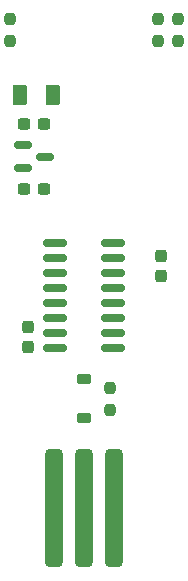
<source format=gtp>
G04 #@! TF.GenerationSoftware,KiCad,Pcbnew,7.0.9-7.0.9~ubuntu22.04.1*
G04 #@! TF.CreationDate,2023-12-26T10:47:29+01:00*
G04 #@! TF.ProjectId,UPDI programmer,55504449-2070-4726-9f67-72616d6d6572,rev?*
G04 #@! TF.SameCoordinates,Original*
G04 #@! TF.FileFunction,Paste,Top*
G04 #@! TF.FilePolarity,Positive*
%FSLAX46Y46*%
G04 Gerber Fmt 4.6, Leading zero omitted, Abs format (unit mm)*
G04 Created by KiCad (PCBNEW 7.0.9-7.0.9~ubuntu22.04.1) date 2023-12-26 10:47:29*
%MOMM*%
%LPD*%
G01*
G04 APERTURE LIST*
G04 Aperture macros list*
%AMRoundRect*
0 Rectangle with rounded corners*
0 $1 Rounding radius*
0 $2 $3 $4 $5 $6 $7 $8 $9 X,Y pos of 4 corners*
0 Add a 4 corners polygon primitive as box body*
4,1,4,$2,$3,$4,$5,$6,$7,$8,$9,$2,$3,0*
0 Add four circle primitives for the rounded corners*
1,1,$1+$1,$2,$3*
1,1,$1+$1,$4,$5*
1,1,$1+$1,$6,$7*
1,1,$1+$1,$8,$9*
0 Add four rect primitives between the rounded corners*
20,1,$1+$1,$2,$3,$4,$5,0*
20,1,$1+$1,$4,$5,$6,$7,0*
20,1,$1+$1,$6,$7,$8,$9,0*
20,1,$1+$1,$8,$9,$2,$3,0*%
G04 Aperture macros list end*
%ADD10RoundRect,0.225000X-0.375000X0.225000X-0.375000X-0.225000X0.375000X-0.225000X0.375000X0.225000X0*%
%ADD11RoundRect,0.237500X-0.237500X0.250000X-0.237500X-0.250000X0.237500X-0.250000X0.237500X0.250000X0*%
%ADD12RoundRect,0.237500X0.237500X-0.300000X0.237500X0.300000X-0.237500X0.300000X-0.237500X-0.300000X0*%
%ADD13RoundRect,0.250000X0.375000X0.625000X-0.375000X0.625000X-0.375000X-0.625000X0.375000X-0.625000X0*%
%ADD14RoundRect,0.237500X0.237500X-0.250000X0.237500X0.250000X-0.237500X0.250000X-0.237500X-0.250000X0*%
%ADD15RoundRect,0.150000X-0.587500X-0.150000X0.587500X-0.150000X0.587500X0.150000X-0.587500X0.150000X0*%
%ADD16RoundRect,0.237500X0.300000X0.237500X-0.300000X0.237500X-0.300000X-0.237500X0.300000X-0.237500X0*%
%ADD17RoundRect,0.150000X0.825000X0.150000X-0.825000X0.150000X-0.825000X-0.150000X0.825000X-0.150000X0*%
%ADD18RoundRect,0.237500X-0.300000X-0.237500X0.300000X-0.237500X0.300000X0.237500X-0.300000X0.237500X0*%
%ADD19RoundRect,0.375000X-0.375000X-4.625000X0.375000X-4.625000X0.375000X4.625000X-0.375000X4.625000X0*%
G04 APERTURE END LIST*
D10*
G04 #@! TO.C,D1*
X0Y15900000D03*
X0Y12600000D03*
G04 #@! TD*
D11*
G04 #@! TO.C,R3*
X8000000Y46412500D03*
X8000000Y44587500D03*
G04 #@! TD*
D12*
G04 #@! TO.C,C4*
X-4750000Y18637500D03*
X-4750000Y20362500D03*
G04 #@! TD*
D11*
G04 #@! TO.C,R4*
X2250000Y15162500D03*
X2250000Y13337500D03*
G04 #@! TD*
G04 #@! TO.C,R1*
X-6250000Y46412500D03*
X-6250000Y44587500D03*
G04 #@! TD*
D13*
G04 #@! TO.C,F1*
X-2600000Y40000000D03*
X-5400000Y40000000D03*
G04 #@! TD*
D14*
G04 #@! TO.C,R2*
X6250000Y44587500D03*
X6250000Y46412500D03*
G04 #@! TD*
D15*
G04 #@! TO.C,U2*
X-5187500Y35700000D03*
X-5187500Y33800000D03*
X-3312500Y34750000D03*
G04 #@! TD*
D16*
G04 #@! TO.C,C2*
X-3387500Y37500000D03*
X-5112500Y37500000D03*
G04 #@! TD*
D17*
G04 #@! TO.C,U1*
X2475000Y18555000D03*
X2475000Y19825000D03*
X2475000Y21095000D03*
X2475000Y22365000D03*
X2475000Y23635000D03*
X2475000Y24905000D03*
X2475000Y26175000D03*
X2475000Y27445000D03*
X-2475000Y27445000D03*
X-2475000Y26175000D03*
X-2475000Y24905000D03*
X-2475000Y23635000D03*
X-2475000Y22365000D03*
X-2475000Y21095000D03*
X-2475000Y19825000D03*
X-2475000Y18555000D03*
G04 #@! TD*
D12*
G04 #@! TO.C,C1*
X6500000Y24637500D03*
X6500000Y26362500D03*
G04 #@! TD*
D18*
G04 #@! TO.C,C3*
X-5112500Y32000000D03*
X-3387500Y32000000D03*
G04 #@! TD*
D19*
G04 #@! TO.C,J2*
X-2540000Y5000000D03*
X0Y5000000D03*
X2540000Y5000000D03*
G04 #@! TD*
M02*

</source>
